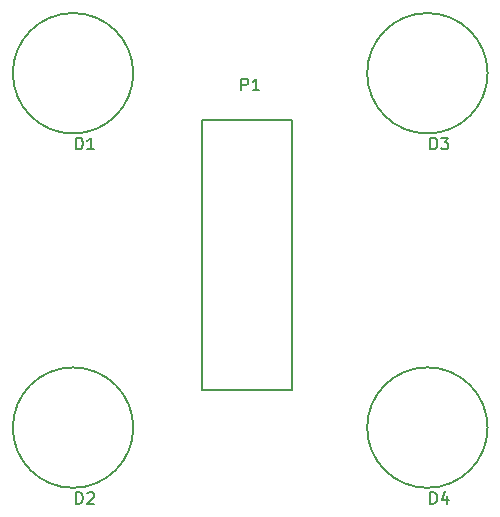
<source format=gbr>
G04 #@! TF.FileFunction,Legend,Top*
%FSLAX46Y46*%
G04 Gerber Fmt 4.6, Leading zero omitted, Abs format (unit mm)*
G04 Created by KiCad (PCBNEW 4.0.1-3.201512221402+6198~38~ubuntu15.04.1-stable) date Mon 11 Jan 2016 14:02:37 CET*
%MOMM*%
G01*
G04 APERTURE LIST*
%ADD10C,0.100000*%
%ADD11C,0.150000*%
G04 APERTURE END LIST*
D10*
D11*
X93099020Y-81000000D02*
G75*
G03X93099020Y-81000000I-5099020J0D01*
G01*
X93099020Y-111000000D02*
G75*
G03X93099020Y-111000000I-5099020J0D01*
G01*
X123099020Y-81000000D02*
G75*
G03X123099020Y-81000000I-5099020J0D01*
G01*
X123099020Y-111000000D02*
G75*
G03X123099020Y-111000000I-5099020J0D01*
G01*
X98920000Y-85000000D02*
X98920000Y-107860000D01*
X98920000Y-107860000D02*
X106540000Y-107860000D01*
X106540000Y-107860000D02*
X106540000Y-85000000D01*
X106540000Y-85000000D02*
X98920000Y-85000000D01*
X88261905Y-87452381D02*
X88261905Y-86452381D01*
X88500000Y-86452381D01*
X88642858Y-86500000D01*
X88738096Y-86595238D01*
X88785715Y-86690476D01*
X88833334Y-86880952D01*
X88833334Y-87023810D01*
X88785715Y-87214286D01*
X88738096Y-87309524D01*
X88642858Y-87404762D01*
X88500000Y-87452381D01*
X88261905Y-87452381D01*
X89785715Y-87452381D02*
X89214286Y-87452381D01*
X89500000Y-87452381D02*
X89500000Y-86452381D01*
X89404762Y-86595238D01*
X89309524Y-86690476D01*
X89214286Y-86738095D01*
X88261905Y-117452381D02*
X88261905Y-116452381D01*
X88500000Y-116452381D01*
X88642858Y-116500000D01*
X88738096Y-116595238D01*
X88785715Y-116690476D01*
X88833334Y-116880952D01*
X88833334Y-117023810D01*
X88785715Y-117214286D01*
X88738096Y-117309524D01*
X88642858Y-117404762D01*
X88500000Y-117452381D01*
X88261905Y-117452381D01*
X89214286Y-116547619D02*
X89261905Y-116500000D01*
X89357143Y-116452381D01*
X89595239Y-116452381D01*
X89690477Y-116500000D01*
X89738096Y-116547619D01*
X89785715Y-116642857D01*
X89785715Y-116738095D01*
X89738096Y-116880952D01*
X89166667Y-117452381D01*
X89785715Y-117452381D01*
X118261905Y-87452381D02*
X118261905Y-86452381D01*
X118500000Y-86452381D01*
X118642858Y-86500000D01*
X118738096Y-86595238D01*
X118785715Y-86690476D01*
X118833334Y-86880952D01*
X118833334Y-87023810D01*
X118785715Y-87214286D01*
X118738096Y-87309524D01*
X118642858Y-87404762D01*
X118500000Y-87452381D01*
X118261905Y-87452381D01*
X119166667Y-86452381D02*
X119785715Y-86452381D01*
X119452381Y-86833333D01*
X119595239Y-86833333D01*
X119690477Y-86880952D01*
X119738096Y-86928571D01*
X119785715Y-87023810D01*
X119785715Y-87261905D01*
X119738096Y-87357143D01*
X119690477Y-87404762D01*
X119595239Y-87452381D01*
X119309524Y-87452381D01*
X119214286Y-87404762D01*
X119166667Y-87357143D01*
X118261905Y-117452381D02*
X118261905Y-116452381D01*
X118500000Y-116452381D01*
X118642858Y-116500000D01*
X118738096Y-116595238D01*
X118785715Y-116690476D01*
X118833334Y-116880952D01*
X118833334Y-117023810D01*
X118785715Y-117214286D01*
X118738096Y-117309524D01*
X118642858Y-117404762D01*
X118500000Y-117452381D01*
X118261905Y-117452381D01*
X119690477Y-116785714D02*
X119690477Y-117452381D01*
X119452381Y-116404762D02*
X119214286Y-117119048D01*
X119833334Y-117119048D01*
X102261905Y-82452381D02*
X102261905Y-81452381D01*
X102642858Y-81452381D01*
X102738096Y-81500000D01*
X102785715Y-81547619D01*
X102833334Y-81642857D01*
X102833334Y-81785714D01*
X102785715Y-81880952D01*
X102738096Y-81928571D01*
X102642858Y-81976190D01*
X102261905Y-81976190D01*
X103785715Y-82452381D02*
X103214286Y-82452381D01*
X103500000Y-82452381D02*
X103500000Y-81452381D01*
X103404762Y-81595238D01*
X103309524Y-81690476D01*
X103214286Y-81738095D01*
M02*

</source>
